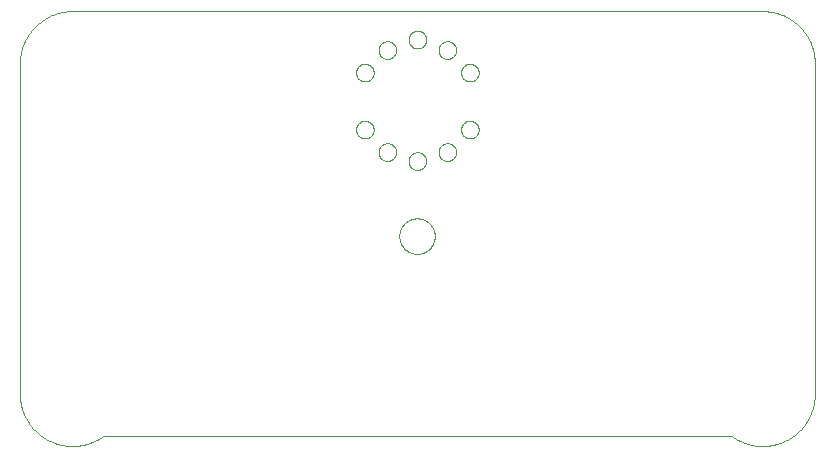
<source format=gko>
G75*
%MOIN*%
%OFA0B0*%
%FSLAX25Y25*%
%IPPOS*%
%LPD*%
%AMOC8*
5,1,8,0,0,1.08239X$1,22.5*
%
%ADD10C,0.00000*%
D10*
X0022583Y0023500D02*
X0022583Y0133500D01*
X0022588Y0133923D01*
X0022603Y0134345D01*
X0022629Y0134768D01*
X0022665Y0135189D01*
X0022711Y0135609D01*
X0022767Y0136029D01*
X0022833Y0136446D01*
X0022909Y0136862D01*
X0022995Y0137276D01*
X0023092Y0137688D01*
X0023198Y0138097D01*
X0023314Y0138504D01*
X0023440Y0138908D01*
X0023575Y0139308D01*
X0023720Y0139706D01*
X0023875Y0140099D01*
X0024039Y0140489D01*
X0024213Y0140875D01*
X0024396Y0141256D01*
X0024588Y0141633D01*
X0024789Y0142005D01*
X0024999Y0142372D01*
X0025217Y0142734D01*
X0025445Y0143090D01*
X0025681Y0143441D01*
X0025925Y0143786D01*
X0026178Y0144125D01*
X0026439Y0144458D01*
X0026707Y0144785D01*
X0026984Y0145105D01*
X0027268Y0145418D01*
X0027560Y0145724D01*
X0027859Y0146023D01*
X0028165Y0146315D01*
X0028478Y0146599D01*
X0028798Y0146876D01*
X0029125Y0147144D01*
X0029458Y0147405D01*
X0029797Y0147658D01*
X0030142Y0147902D01*
X0030493Y0148138D01*
X0030849Y0148366D01*
X0031211Y0148584D01*
X0031578Y0148794D01*
X0031950Y0148995D01*
X0032327Y0149187D01*
X0032708Y0149370D01*
X0033094Y0149544D01*
X0033484Y0149708D01*
X0033877Y0149863D01*
X0034275Y0150008D01*
X0034675Y0150143D01*
X0035079Y0150269D01*
X0035486Y0150385D01*
X0035895Y0150491D01*
X0036307Y0150588D01*
X0036721Y0150674D01*
X0037137Y0150750D01*
X0037554Y0150816D01*
X0037974Y0150872D01*
X0038394Y0150918D01*
X0038815Y0150954D01*
X0039238Y0150980D01*
X0039660Y0150995D01*
X0040083Y0151000D01*
X0270083Y0151000D01*
X0270506Y0150995D01*
X0270928Y0150980D01*
X0271351Y0150954D01*
X0271772Y0150918D01*
X0272192Y0150872D01*
X0272612Y0150816D01*
X0273029Y0150750D01*
X0273445Y0150674D01*
X0273859Y0150588D01*
X0274271Y0150491D01*
X0274680Y0150385D01*
X0275087Y0150269D01*
X0275491Y0150143D01*
X0275891Y0150008D01*
X0276289Y0149863D01*
X0276682Y0149708D01*
X0277072Y0149544D01*
X0277458Y0149370D01*
X0277839Y0149187D01*
X0278216Y0148995D01*
X0278588Y0148794D01*
X0278955Y0148584D01*
X0279317Y0148366D01*
X0279673Y0148138D01*
X0280024Y0147902D01*
X0280369Y0147658D01*
X0280708Y0147405D01*
X0281041Y0147144D01*
X0281368Y0146876D01*
X0281688Y0146599D01*
X0282001Y0146315D01*
X0282307Y0146023D01*
X0282606Y0145724D01*
X0282898Y0145418D01*
X0283182Y0145105D01*
X0283459Y0144785D01*
X0283727Y0144458D01*
X0283988Y0144125D01*
X0284241Y0143786D01*
X0284485Y0143441D01*
X0284721Y0143090D01*
X0284949Y0142734D01*
X0285167Y0142372D01*
X0285377Y0142005D01*
X0285578Y0141633D01*
X0285770Y0141256D01*
X0285953Y0140875D01*
X0286127Y0140489D01*
X0286291Y0140099D01*
X0286446Y0139706D01*
X0286591Y0139308D01*
X0286726Y0138908D01*
X0286852Y0138504D01*
X0286968Y0138097D01*
X0287074Y0137688D01*
X0287171Y0137276D01*
X0287257Y0136862D01*
X0287333Y0136446D01*
X0287399Y0136029D01*
X0287455Y0135609D01*
X0287501Y0135189D01*
X0287537Y0134768D01*
X0287563Y0134345D01*
X0287578Y0133923D01*
X0287583Y0133500D01*
X0287583Y0023500D01*
X0287578Y0023074D01*
X0287562Y0022649D01*
X0287536Y0022224D01*
X0287500Y0021799D01*
X0287454Y0021376D01*
X0287397Y0020954D01*
X0287330Y0020534D01*
X0287252Y0020115D01*
X0287165Y0019698D01*
X0287067Y0019284D01*
X0286960Y0018872D01*
X0286842Y0018462D01*
X0286715Y0018056D01*
X0286577Y0017653D01*
X0286430Y0017253D01*
X0286273Y0016858D01*
X0286107Y0016466D01*
X0285931Y0016078D01*
X0285746Y0015694D01*
X0285551Y0015316D01*
X0285348Y0014942D01*
X0285135Y0014573D01*
X0284913Y0014209D01*
X0284683Y0013851D01*
X0284444Y0013499D01*
X0284196Y0013152D01*
X0283940Y0012812D01*
X0283676Y0012478D01*
X0283404Y0012151D01*
X0283124Y0011830D01*
X0282836Y0011516D01*
X0282541Y0011209D01*
X0282238Y0010910D01*
X0281928Y0010618D01*
X0281611Y0010334D01*
X0281287Y0010057D01*
X0280957Y0009788D01*
X0280620Y0009528D01*
X0280277Y0009276D01*
X0279928Y0009032D01*
X0279573Y0008797D01*
X0279212Y0008570D01*
X0278846Y0008352D01*
X0278475Y0008144D01*
X0278099Y0007944D01*
X0277718Y0007753D01*
X0277333Y0007572D01*
X0276943Y0007401D01*
X0276549Y0007239D01*
X0276152Y0007086D01*
X0275751Y0006943D01*
X0275346Y0006810D01*
X0274939Y0006687D01*
X0274528Y0006574D01*
X0274115Y0006471D01*
X0273699Y0006378D01*
X0273282Y0006295D01*
X0272862Y0006222D01*
X0272441Y0006160D01*
X0272018Y0006107D01*
X0271595Y0006065D01*
X0271170Y0006034D01*
X0270745Y0006013D01*
X0270319Y0006002D01*
X0269893Y0006001D01*
X0269468Y0006011D01*
X0269042Y0006031D01*
X0268617Y0006061D01*
X0268194Y0006102D01*
X0267771Y0006153D01*
X0267349Y0006215D01*
X0266930Y0006286D01*
X0266512Y0006368D01*
X0266096Y0006460D01*
X0265683Y0006562D01*
X0265272Y0006674D01*
X0264864Y0006796D01*
X0264459Y0006928D01*
X0264058Y0007070D01*
X0263660Y0007221D01*
X0263265Y0007383D01*
X0262875Y0007553D01*
X0262489Y0007733D01*
X0262108Y0007923D01*
X0261731Y0008121D01*
X0261360Y0008329D01*
X0260993Y0008546D01*
X0260632Y0008771D01*
X0260276Y0009006D01*
X0259927Y0009249D01*
X0259583Y0009500D01*
X0050583Y0009500D01*
X0050239Y0009249D01*
X0049890Y0009006D01*
X0049534Y0008771D01*
X0049173Y0008546D01*
X0048806Y0008329D01*
X0048435Y0008121D01*
X0048058Y0007923D01*
X0047677Y0007733D01*
X0047291Y0007553D01*
X0046901Y0007383D01*
X0046506Y0007221D01*
X0046108Y0007070D01*
X0045707Y0006928D01*
X0045302Y0006796D01*
X0044894Y0006674D01*
X0044483Y0006562D01*
X0044070Y0006460D01*
X0043654Y0006368D01*
X0043236Y0006286D01*
X0042817Y0006215D01*
X0042395Y0006153D01*
X0041972Y0006102D01*
X0041549Y0006061D01*
X0041124Y0006031D01*
X0040698Y0006011D01*
X0040273Y0006001D01*
X0039847Y0006002D01*
X0039421Y0006013D01*
X0038996Y0006034D01*
X0038571Y0006065D01*
X0038148Y0006107D01*
X0037725Y0006160D01*
X0037304Y0006222D01*
X0036884Y0006295D01*
X0036467Y0006378D01*
X0036051Y0006471D01*
X0035638Y0006574D01*
X0035227Y0006687D01*
X0034820Y0006810D01*
X0034415Y0006943D01*
X0034014Y0007086D01*
X0033617Y0007239D01*
X0033223Y0007401D01*
X0032833Y0007572D01*
X0032448Y0007753D01*
X0032067Y0007944D01*
X0031691Y0008144D01*
X0031320Y0008352D01*
X0030954Y0008570D01*
X0030593Y0008797D01*
X0030238Y0009032D01*
X0029889Y0009276D01*
X0029546Y0009528D01*
X0029209Y0009788D01*
X0028879Y0010057D01*
X0028555Y0010334D01*
X0028238Y0010618D01*
X0027928Y0010910D01*
X0027625Y0011209D01*
X0027330Y0011516D01*
X0027042Y0011830D01*
X0026762Y0012151D01*
X0026490Y0012478D01*
X0026226Y0012812D01*
X0025970Y0013152D01*
X0025722Y0013499D01*
X0025483Y0013851D01*
X0025253Y0014209D01*
X0025031Y0014573D01*
X0024818Y0014942D01*
X0024615Y0015316D01*
X0024420Y0015694D01*
X0024235Y0016078D01*
X0024059Y0016466D01*
X0023893Y0016858D01*
X0023736Y0017253D01*
X0023589Y0017653D01*
X0023451Y0018056D01*
X0023324Y0018462D01*
X0023206Y0018872D01*
X0023099Y0019284D01*
X0023001Y0019698D01*
X0022914Y0020115D01*
X0022836Y0020534D01*
X0022769Y0020954D01*
X0022712Y0021376D01*
X0022666Y0021799D01*
X0022630Y0022224D01*
X0022604Y0022649D01*
X0022588Y0023074D01*
X0022583Y0023500D01*
X0149063Y0076000D02*
X0149065Y0076153D01*
X0149071Y0076307D01*
X0149081Y0076460D01*
X0149095Y0076612D01*
X0149113Y0076765D01*
X0149135Y0076916D01*
X0149160Y0077067D01*
X0149190Y0077218D01*
X0149224Y0077368D01*
X0149261Y0077516D01*
X0149302Y0077664D01*
X0149347Y0077810D01*
X0149396Y0077956D01*
X0149449Y0078100D01*
X0149505Y0078242D01*
X0149565Y0078383D01*
X0149629Y0078523D01*
X0149696Y0078661D01*
X0149767Y0078797D01*
X0149842Y0078931D01*
X0149919Y0079063D01*
X0150001Y0079193D01*
X0150085Y0079321D01*
X0150173Y0079447D01*
X0150264Y0079570D01*
X0150358Y0079691D01*
X0150456Y0079809D01*
X0150556Y0079925D01*
X0150660Y0080038D01*
X0150766Y0080149D01*
X0150875Y0080257D01*
X0150987Y0080362D01*
X0151101Y0080463D01*
X0151219Y0080562D01*
X0151338Y0080658D01*
X0151460Y0080751D01*
X0151585Y0080840D01*
X0151712Y0080927D01*
X0151841Y0081009D01*
X0151972Y0081089D01*
X0152105Y0081165D01*
X0152240Y0081238D01*
X0152377Y0081307D01*
X0152516Y0081372D01*
X0152656Y0081434D01*
X0152798Y0081492D01*
X0152941Y0081547D01*
X0153086Y0081598D01*
X0153232Y0081645D01*
X0153379Y0081688D01*
X0153527Y0081727D01*
X0153676Y0081763D01*
X0153826Y0081794D01*
X0153977Y0081822D01*
X0154128Y0081846D01*
X0154281Y0081866D01*
X0154433Y0081882D01*
X0154586Y0081894D01*
X0154739Y0081902D01*
X0154892Y0081906D01*
X0155046Y0081906D01*
X0155199Y0081902D01*
X0155352Y0081894D01*
X0155505Y0081882D01*
X0155657Y0081866D01*
X0155810Y0081846D01*
X0155961Y0081822D01*
X0156112Y0081794D01*
X0156262Y0081763D01*
X0156411Y0081727D01*
X0156559Y0081688D01*
X0156706Y0081645D01*
X0156852Y0081598D01*
X0156997Y0081547D01*
X0157140Y0081492D01*
X0157282Y0081434D01*
X0157422Y0081372D01*
X0157561Y0081307D01*
X0157698Y0081238D01*
X0157833Y0081165D01*
X0157966Y0081089D01*
X0158097Y0081009D01*
X0158226Y0080927D01*
X0158353Y0080840D01*
X0158478Y0080751D01*
X0158600Y0080658D01*
X0158719Y0080562D01*
X0158837Y0080463D01*
X0158951Y0080362D01*
X0159063Y0080257D01*
X0159172Y0080149D01*
X0159278Y0080038D01*
X0159382Y0079925D01*
X0159482Y0079809D01*
X0159580Y0079691D01*
X0159674Y0079570D01*
X0159765Y0079447D01*
X0159853Y0079321D01*
X0159937Y0079193D01*
X0160019Y0079063D01*
X0160096Y0078931D01*
X0160171Y0078797D01*
X0160242Y0078661D01*
X0160309Y0078523D01*
X0160373Y0078383D01*
X0160433Y0078242D01*
X0160489Y0078100D01*
X0160542Y0077956D01*
X0160591Y0077810D01*
X0160636Y0077664D01*
X0160677Y0077516D01*
X0160714Y0077368D01*
X0160748Y0077218D01*
X0160778Y0077067D01*
X0160803Y0076916D01*
X0160825Y0076765D01*
X0160843Y0076612D01*
X0160857Y0076460D01*
X0160867Y0076307D01*
X0160873Y0076153D01*
X0160875Y0076000D01*
X0160873Y0075847D01*
X0160867Y0075693D01*
X0160857Y0075540D01*
X0160843Y0075388D01*
X0160825Y0075235D01*
X0160803Y0075084D01*
X0160778Y0074933D01*
X0160748Y0074782D01*
X0160714Y0074632D01*
X0160677Y0074484D01*
X0160636Y0074336D01*
X0160591Y0074190D01*
X0160542Y0074044D01*
X0160489Y0073900D01*
X0160433Y0073758D01*
X0160373Y0073617D01*
X0160309Y0073477D01*
X0160242Y0073339D01*
X0160171Y0073203D01*
X0160096Y0073069D01*
X0160019Y0072937D01*
X0159937Y0072807D01*
X0159853Y0072679D01*
X0159765Y0072553D01*
X0159674Y0072430D01*
X0159580Y0072309D01*
X0159482Y0072191D01*
X0159382Y0072075D01*
X0159278Y0071962D01*
X0159172Y0071851D01*
X0159063Y0071743D01*
X0158951Y0071638D01*
X0158837Y0071537D01*
X0158719Y0071438D01*
X0158600Y0071342D01*
X0158478Y0071249D01*
X0158353Y0071160D01*
X0158226Y0071073D01*
X0158097Y0070991D01*
X0157966Y0070911D01*
X0157833Y0070835D01*
X0157698Y0070762D01*
X0157561Y0070693D01*
X0157422Y0070628D01*
X0157282Y0070566D01*
X0157140Y0070508D01*
X0156997Y0070453D01*
X0156852Y0070402D01*
X0156706Y0070355D01*
X0156559Y0070312D01*
X0156411Y0070273D01*
X0156262Y0070237D01*
X0156112Y0070206D01*
X0155961Y0070178D01*
X0155810Y0070154D01*
X0155657Y0070134D01*
X0155505Y0070118D01*
X0155352Y0070106D01*
X0155199Y0070098D01*
X0155046Y0070094D01*
X0154892Y0070094D01*
X0154739Y0070098D01*
X0154586Y0070106D01*
X0154433Y0070118D01*
X0154281Y0070134D01*
X0154128Y0070154D01*
X0153977Y0070178D01*
X0153826Y0070206D01*
X0153676Y0070237D01*
X0153527Y0070273D01*
X0153379Y0070312D01*
X0153232Y0070355D01*
X0153086Y0070402D01*
X0152941Y0070453D01*
X0152798Y0070508D01*
X0152656Y0070566D01*
X0152516Y0070628D01*
X0152377Y0070693D01*
X0152240Y0070762D01*
X0152105Y0070835D01*
X0151972Y0070911D01*
X0151841Y0070991D01*
X0151712Y0071073D01*
X0151585Y0071160D01*
X0151460Y0071249D01*
X0151338Y0071342D01*
X0151219Y0071438D01*
X0151101Y0071537D01*
X0150987Y0071638D01*
X0150875Y0071743D01*
X0150766Y0071851D01*
X0150660Y0071962D01*
X0150556Y0072075D01*
X0150456Y0072191D01*
X0150358Y0072309D01*
X0150264Y0072430D01*
X0150173Y0072553D01*
X0150085Y0072679D01*
X0150001Y0072807D01*
X0149919Y0072937D01*
X0149842Y0073069D01*
X0149767Y0073203D01*
X0149696Y0073339D01*
X0149629Y0073477D01*
X0149565Y0073617D01*
X0149505Y0073758D01*
X0149449Y0073900D01*
X0149396Y0074044D01*
X0149347Y0074190D01*
X0149302Y0074336D01*
X0149261Y0074484D01*
X0149224Y0074632D01*
X0149190Y0074782D01*
X0149160Y0074933D01*
X0149135Y0075084D01*
X0149113Y0075235D01*
X0149095Y0075388D01*
X0149081Y0075540D01*
X0149071Y0075693D01*
X0149065Y0075847D01*
X0149063Y0076000D01*
X0152130Y0101000D02*
X0152132Y0101108D01*
X0152138Y0101217D01*
X0152148Y0101325D01*
X0152162Y0101432D01*
X0152180Y0101539D01*
X0152201Y0101646D01*
X0152227Y0101751D01*
X0152257Y0101856D01*
X0152290Y0101959D01*
X0152327Y0102061D01*
X0152368Y0102161D01*
X0152412Y0102260D01*
X0152461Y0102358D01*
X0152512Y0102453D01*
X0152567Y0102546D01*
X0152626Y0102638D01*
X0152688Y0102727D01*
X0152753Y0102814D01*
X0152821Y0102898D01*
X0152892Y0102980D01*
X0152966Y0103059D01*
X0153043Y0103135D01*
X0153123Y0103209D01*
X0153206Y0103279D01*
X0153291Y0103347D01*
X0153378Y0103411D01*
X0153468Y0103472D01*
X0153560Y0103530D01*
X0153654Y0103584D01*
X0153750Y0103635D01*
X0153847Y0103682D01*
X0153947Y0103726D01*
X0154048Y0103766D01*
X0154150Y0103802D01*
X0154253Y0103834D01*
X0154358Y0103863D01*
X0154464Y0103887D01*
X0154570Y0103908D01*
X0154677Y0103925D01*
X0154785Y0103938D01*
X0154893Y0103947D01*
X0155002Y0103952D01*
X0155110Y0103953D01*
X0155219Y0103950D01*
X0155327Y0103943D01*
X0155435Y0103932D01*
X0155542Y0103917D01*
X0155649Y0103898D01*
X0155755Y0103875D01*
X0155860Y0103849D01*
X0155965Y0103818D01*
X0156067Y0103784D01*
X0156169Y0103746D01*
X0156269Y0103704D01*
X0156368Y0103659D01*
X0156465Y0103610D01*
X0156559Y0103557D01*
X0156652Y0103501D01*
X0156743Y0103442D01*
X0156832Y0103379D01*
X0156918Y0103314D01*
X0157002Y0103245D01*
X0157083Y0103173D01*
X0157161Y0103098D01*
X0157237Y0103020D01*
X0157310Y0102939D01*
X0157380Y0102856D01*
X0157446Y0102771D01*
X0157510Y0102683D01*
X0157570Y0102592D01*
X0157627Y0102500D01*
X0157680Y0102405D01*
X0157730Y0102309D01*
X0157776Y0102211D01*
X0157819Y0102111D01*
X0157858Y0102010D01*
X0157893Y0101907D01*
X0157925Y0101804D01*
X0157952Y0101699D01*
X0157976Y0101593D01*
X0157996Y0101486D01*
X0158012Y0101379D01*
X0158024Y0101271D01*
X0158032Y0101163D01*
X0158036Y0101054D01*
X0158036Y0100946D01*
X0158032Y0100837D01*
X0158024Y0100729D01*
X0158012Y0100621D01*
X0157996Y0100514D01*
X0157976Y0100407D01*
X0157952Y0100301D01*
X0157925Y0100196D01*
X0157893Y0100093D01*
X0157858Y0099990D01*
X0157819Y0099889D01*
X0157776Y0099789D01*
X0157730Y0099691D01*
X0157680Y0099595D01*
X0157627Y0099500D01*
X0157570Y0099408D01*
X0157510Y0099317D01*
X0157446Y0099229D01*
X0157380Y0099144D01*
X0157310Y0099061D01*
X0157237Y0098980D01*
X0157161Y0098902D01*
X0157083Y0098827D01*
X0157002Y0098755D01*
X0156918Y0098686D01*
X0156832Y0098621D01*
X0156743Y0098558D01*
X0156652Y0098499D01*
X0156560Y0098443D01*
X0156465Y0098390D01*
X0156368Y0098341D01*
X0156269Y0098296D01*
X0156169Y0098254D01*
X0156067Y0098216D01*
X0155965Y0098182D01*
X0155860Y0098151D01*
X0155755Y0098125D01*
X0155649Y0098102D01*
X0155542Y0098083D01*
X0155435Y0098068D01*
X0155327Y0098057D01*
X0155219Y0098050D01*
X0155110Y0098047D01*
X0155002Y0098048D01*
X0154893Y0098053D01*
X0154785Y0098062D01*
X0154677Y0098075D01*
X0154570Y0098092D01*
X0154464Y0098113D01*
X0154358Y0098137D01*
X0154253Y0098166D01*
X0154150Y0098198D01*
X0154048Y0098234D01*
X0153947Y0098274D01*
X0153847Y0098318D01*
X0153750Y0098365D01*
X0153654Y0098416D01*
X0153560Y0098470D01*
X0153468Y0098528D01*
X0153378Y0098589D01*
X0153291Y0098653D01*
X0153206Y0098721D01*
X0153123Y0098791D01*
X0153043Y0098865D01*
X0152966Y0098941D01*
X0152892Y0099020D01*
X0152821Y0099102D01*
X0152753Y0099186D01*
X0152688Y0099273D01*
X0152626Y0099362D01*
X0152567Y0099454D01*
X0152512Y0099547D01*
X0152461Y0099642D01*
X0152412Y0099740D01*
X0152368Y0099839D01*
X0152327Y0099939D01*
X0152290Y0100041D01*
X0152257Y0100144D01*
X0152227Y0100249D01*
X0152201Y0100354D01*
X0152180Y0100461D01*
X0152162Y0100568D01*
X0152148Y0100675D01*
X0152138Y0100783D01*
X0152132Y0100892D01*
X0152130Y0101000D01*
X0142130Y0104000D02*
X0142132Y0104108D01*
X0142138Y0104217D01*
X0142148Y0104325D01*
X0142162Y0104432D01*
X0142180Y0104539D01*
X0142201Y0104646D01*
X0142227Y0104751D01*
X0142257Y0104856D01*
X0142290Y0104959D01*
X0142327Y0105061D01*
X0142368Y0105161D01*
X0142412Y0105260D01*
X0142461Y0105358D01*
X0142512Y0105453D01*
X0142567Y0105546D01*
X0142626Y0105638D01*
X0142688Y0105727D01*
X0142753Y0105814D01*
X0142821Y0105898D01*
X0142892Y0105980D01*
X0142966Y0106059D01*
X0143043Y0106135D01*
X0143123Y0106209D01*
X0143206Y0106279D01*
X0143291Y0106347D01*
X0143378Y0106411D01*
X0143468Y0106472D01*
X0143560Y0106530D01*
X0143654Y0106584D01*
X0143750Y0106635D01*
X0143847Y0106682D01*
X0143947Y0106726D01*
X0144048Y0106766D01*
X0144150Y0106802D01*
X0144253Y0106834D01*
X0144358Y0106863D01*
X0144464Y0106887D01*
X0144570Y0106908D01*
X0144677Y0106925D01*
X0144785Y0106938D01*
X0144893Y0106947D01*
X0145002Y0106952D01*
X0145110Y0106953D01*
X0145219Y0106950D01*
X0145327Y0106943D01*
X0145435Y0106932D01*
X0145542Y0106917D01*
X0145649Y0106898D01*
X0145755Y0106875D01*
X0145860Y0106849D01*
X0145965Y0106818D01*
X0146067Y0106784D01*
X0146169Y0106746D01*
X0146269Y0106704D01*
X0146368Y0106659D01*
X0146465Y0106610D01*
X0146559Y0106557D01*
X0146652Y0106501D01*
X0146743Y0106442D01*
X0146832Y0106379D01*
X0146918Y0106314D01*
X0147002Y0106245D01*
X0147083Y0106173D01*
X0147161Y0106098D01*
X0147237Y0106020D01*
X0147310Y0105939D01*
X0147380Y0105856D01*
X0147446Y0105771D01*
X0147510Y0105683D01*
X0147570Y0105592D01*
X0147627Y0105500D01*
X0147680Y0105405D01*
X0147730Y0105309D01*
X0147776Y0105211D01*
X0147819Y0105111D01*
X0147858Y0105010D01*
X0147893Y0104907D01*
X0147925Y0104804D01*
X0147952Y0104699D01*
X0147976Y0104593D01*
X0147996Y0104486D01*
X0148012Y0104379D01*
X0148024Y0104271D01*
X0148032Y0104163D01*
X0148036Y0104054D01*
X0148036Y0103946D01*
X0148032Y0103837D01*
X0148024Y0103729D01*
X0148012Y0103621D01*
X0147996Y0103514D01*
X0147976Y0103407D01*
X0147952Y0103301D01*
X0147925Y0103196D01*
X0147893Y0103093D01*
X0147858Y0102990D01*
X0147819Y0102889D01*
X0147776Y0102789D01*
X0147730Y0102691D01*
X0147680Y0102595D01*
X0147627Y0102500D01*
X0147570Y0102408D01*
X0147510Y0102317D01*
X0147446Y0102229D01*
X0147380Y0102144D01*
X0147310Y0102061D01*
X0147237Y0101980D01*
X0147161Y0101902D01*
X0147083Y0101827D01*
X0147002Y0101755D01*
X0146918Y0101686D01*
X0146832Y0101621D01*
X0146743Y0101558D01*
X0146652Y0101499D01*
X0146560Y0101443D01*
X0146465Y0101390D01*
X0146368Y0101341D01*
X0146269Y0101296D01*
X0146169Y0101254D01*
X0146067Y0101216D01*
X0145965Y0101182D01*
X0145860Y0101151D01*
X0145755Y0101125D01*
X0145649Y0101102D01*
X0145542Y0101083D01*
X0145435Y0101068D01*
X0145327Y0101057D01*
X0145219Y0101050D01*
X0145110Y0101047D01*
X0145002Y0101048D01*
X0144893Y0101053D01*
X0144785Y0101062D01*
X0144677Y0101075D01*
X0144570Y0101092D01*
X0144464Y0101113D01*
X0144358Y0101137D01*
X0144253Y0101166D01*
X0144150Y0101198D01*
X0144048Y0101234D01*
X0143947Y0101274D01*
X0143847Y0101318D01*
X0143750Y0101365D01*
X0143654Y0101416D01*
X0143560Y0101470D01*
X0143468Y0101528D01*
X0143378Y0101589D01*
X0143291Y0101653D01*
X0143206Y0101721D01*
X0143123Y0101791D01*
X0143043Y0101865D01*
X0142966Y0101941D01*
X0142892Y0102020D01*
X0142821Y0102102D01*
X0142753Y0102186D01*
X0142688Y0102273D01*
X0142626Y0102362D01*
X0142567Y0102454D01*
X0142512Y0102547D01*
X0142461Y0102642D01*
X0142412Y0102740D01*
X0142368Y0102839D01*
X0142327Y0102939D01*
X0142290Y0103041D01*
X0142257Y0103144D01*
X0142227Y0103249D01*
X0142201Y0103354D01*
X0142180Y0103461D01*
X0142162Y0103568D01*
X0142148Y0103675D01*
X0142138Y0103783D01*
X0142132Y0103892D01*
X0142130Y0104000D01*
X0134630Y0111500D02*
X0134632Y0111608D01*
X0134638Y0111717D01*
X0134648Y0111825D01*
X0134662Y0111932D01*
X0134680Y0112039D01*
X0134701Y0112146D01*
X0134727Y0112251D01*
X0134757Y0112356D01*
X0134790Y0112459D01*
X0134827Y0112561D01*
X0134868Y0112661D01*
X0134912Y0112760D01*
X0134961Y0112858D01*
X0135012Y0112953D01*
X0135067Y0113046D01*
X0135126Y0113138D01*
X0135188Y0113227D01*
X0135253Y0113314D01*
X0135321Y0113398D01*
X0135392Y0113480D01*
X0135466Y0113559D01*
X0135543Y0113635D01*
X0135623Y0113709D01*
X0135706Y0113779D01*
X0135791Y0113847D01*
X0135878Y0113911D01*
X0135968Y0113972D01*
X0136060Y0114030D01*
X0136154Y0114084D01*
X0136250Y0114135D01*
X0136347Y0114182D01*
X0136447Y0114226D01*
X0136548Y0114266D01*
X0136650Y0114302D01*
X0136753Y0114334D01*
X0136858Y0114363D01*
X0136964Y0114387D01*
X0137070Y0114408D01*
X0137177Y0114425D01*
X0137285Y0114438D01*
X0137393Y0114447D01*
X0137502Y0114452D01*
X0137610Y0114453D01*
X0137719Y0114450D01*
X0137827Y0114443D01*
X0137935Y0114432D01*
X0138042Y0114417D01*
X0138149Y0114398D01*
X0138255Y0114375D01*
X0138360Y0114349D01*
X0138465Y0114318D01*
X0138567Y0114284D01*
X0138669Y0114246D01*
X0138769Y0114204D01*
X0138868Y0114159D01*
X0138965Y0114110D01*
X0139059Y0114057D01*
X0139152Y0114001D01*
X0139243Y0113942D01*
X0139332Y0113879D01*
X0139418Y0113814D01*
X0139502Y0113745D01*
X0139583Y0113673D01*
X0139661Y0113598D01*
X0139737Y0113520D01*
X0139810Y0113439D01*
X0139880Y0113356D01*
X0139946Y0113271D01*
X0140010Y0113183D01*
X0140070Y0113092D01*
X0140127Y0113000D01*
X0140180Y0112905D01*
X0140230Y0112809D01*
X0140276Y0112711D01*
X0140319Y0112611D01*
X0140358Y0112510D01*
X0140393Y0112407D01*
X0140425Y0112304D01*
X0140452Y0112199D01*
X0140476Y0112093D01*
X0140496Y0111986D01*
X0140512Y0111879D01*
X0140524Y0111771D01*
X0140532Y0111663D01*
X0140536Y0111554D01*
X0140536Y0111446D01*
X0140532Y0111337D01*
X0140524Y0111229D01*
X0140512Y0111121D01*
X0140496Y0111014D01*
X0140476Y0110907D01*
X0140452Y0110801D01*
X0140425Y0110696D01*
X0140393Y0110593D01*
X0140358Y0110490D01*
X0140319Y0110389D01*
X0140276Y0110289D01*
X0140230Y0110191D01*
X0140180Y0110095D01*
X0140127Y0110000D01*
X0140070Y0109908D01*
X0140010Y0109817D01*
X0139946Y0109729D01*
X0139880Y0109644D01*
X0139810Y0109561D01*
X0139737Y0109480D01*
X0139661Y0109402D01*
X0139583Y0109327D01*
X0139502Y0109255D01*
X0139418Y0109186D01*
X0139332Y0109121D01*
X0139243Y0109058D01*
X0139152Y0108999D01*
X0139060Y0108943D01*
X0138965Y0108890D01*
X0138868Y0108841D01*
X0138769Y0108796D01*
X0138669Y0108754D01*
X0138567Y0108716D01*
X0138465Y0108682D01*
X0138360Y0108651D01*
X0138255Y0108625D01*
X0138149Y0108602D01*
X0138042Y0108583D01*
X0137935Y0108568D01*
X0137827Y0108557D01*
X0137719Y0108550D01*
X0137610Y0108547D01*
X0137502Y0108548D01*
X0137393Y0108553D01*
X0137285Y0108562D01*
X0137177Y0108575D01*
X0137070Y0108592D01*
X0136964Y0108613D01*
X0136858Y0108637D01*
X0136753Y0108666D01*
X0136650Y0108698D01*
X0136548Y0108734D01*
X0136447Y0108774D01*
X0136347Y0108818D01*
X0136250Y0108865D01*
X0136154Y0108916D01*
X0136060Y0108970D01*
X0135968Y0109028D01*
X0135878Y0109089D01*
X0135791Y0109153D01*
X0135706Y0109221D01*
X0135623Y0109291D01*
X0135543Y0109365D01*
X0135466Y0109441D01*
X0135392Y0109520D01*
X0135321Y0109602D01*
X0135253Y0109686D01*
X0135188Y0109773D01*
X0135126Y0109862D01*
X0135067Y0109954D01*
X0135012Y0110047D01*
X0134961Y0110142D01*
X0134912Y0110240D01*
X0134868Y0110339D01*
X0134827Y0110439D01*
X0134790Y0110541D01*
X0134757Y0110644D01*
X0134727Y0110749D01*
X0134701Y0110854D01*
X0134680Y0110961D01*
X0134662Y0111068D01*
X0134648Y0111175D01*
X0134638Y0111283D01*
X0134632Y0111392D01*
X0134630Y0111500D01*
X0134630Y0130500D02*
X0134632Y0130608D01*
X0134638Y0130717D01*
X0134648Y0130825D01*
X0134662Y0130932D01*
X0134680Y0131039D01*
X0134701Y0131146D01*
X0134727Y0131251D01*
X0134757Y0131356D01*
X0134790Y0131459D01*
X0134827Y0131561D01*
X0134868Y0131661D01*
X0134912Y0131760D01*
X0134961Y0131858D01*
X0135012Y0131953D01*
X0135067Y0132046D01*
X0135126Y0132138D01*
X0135188Y0132227D01*
X0135253Y0132314D01*
X0135321Y0132398D01*
X0135392Y0132480D01*
X0135466Y0132559D01*
X0135543Y0132635D01*
X0135623Y0132709D01*
X0135706Y0132779D01*
X0135791Y0132847D01*
X0135878Y0132911D01*
X0135968Y0132972D01*
X0136060Y0133030D01*
X0136154Y0133084D01*
X0136250Y0133135D01*
X0136347Y0133182D01*
X0136447Y0133226D01*
X0136548Y0133266D01*
X0136650Y0133302D01*
X0136753Y0133334D01*
X0136858Y0133363D01*
X0136964Y0133387D01*
X0137070Y0133408D01*
X0137177Y0133425D01*
X0137285Y0133438D01*
X0137393Y0133447D01*
X0137502Y0133452D01*
X0137610Y0133453D01*
X0137719Y0133450D01*
X0137827Y0133443D01*
X0137935Y0133432D01*
X0138042Y0133417D01*
X0138149Y0133398D01*
X0138255Y0133375D01*
X0138360Y0133349D01*
X0138465Y0133318D01*
X0138567Y0133284D01*
X0138669Y0133246D01*
X0138769Y0133204D01*
X0138868Y0133159D01*
X0138965Y0133110D01*
X0139059Y0133057D01*
X0139152Y0133001D01*
X0139243Y0132942D01*
X0139332Y0132879D01*
X0139418Y0132814D01*
X0139502Y0132745D01*
X0139583Y0132673D01*
X0139661Y0132598D01*
X0139737Y0132520D01*
X0139810Y0132439D01*
X0139880Y0132356D01*
X0139946Y0132271D01*
X0140010Y0132183D01*
X0140070Y0132092D01*
X0140127Y0132000D01*
X0140180Y0131905D01*
X0140230Y0131809D01*
X0140276Y0131711D01*
X0140319Y0131611D01*
X0140358Y0131510D01*
X0140393Y0131407D01*
X0140425Y0131304D01*
X0140452Y0131199D01*
X0140476Y0131093D01*
X0140496Y0130986D01*
X0140512Y0130879D01*
X0140524Y0130771D01*
X0140532Y0130663D01*
X0140536Y0130554D01*
X0140536Y0130446D01*
X0140532Y0130337D01*
X0140524Y0130229D01*
X0140512Y0130121D01*
X0140496Y0130014D01*
X0140476Y0129907D01*
X0140452Y0129801D01*
X0140425Y0129696D01*
X0140393Y0129593D01*
X0140358Y0129490D01*
X0140319Y0129389D01*
X0140276Y0129289D01*
X0140230Y0129191D01*
X0140180Y0129095D01*
X0140127Y0129000D01*
X0140070Y0128908D01*
X0140010Y0128817D01*
X0139946Y0128729D01*
X0139880Y0128644D01*
X0139810Y0128561D01*
X0139737Y0128480D01*
X0139661Y0128402D01*
X0139583Y0128327D01*
X0139502Y0128255D01*
X0139418Y0128186D01*
X0139332Y0128121D01*
X0139243Y0128058D01*
X0139152Y0127999D01*
X0139060Y0127943D01*
X0138965Y0127890D01*
X0138868Y0127841D01*
X0138769Y0127796D01*
X0138669Y0127754D01*
X0138567Y0127716D01*
X0138465Y0127682D01*
X0138360Y0127651D01*
X0138255Y0127625D01*
X0138149Y0127602D01*
X0138042Y0127583D01*
X0137935Y0127568D01*
X0137827Y0127557D01*
X0137719Y0127550D01*
X0137610Y0127547D01*
X0137502Y0127548D01*
X0137393Y0127553D01*
X0137285Y0127562D01*
X0137177Y0127575D01*
X0137070Y0127592D01*
X0136964Y0127613D01*
X0136858Y0127637D01*
X0136753Y0127666D01*
X0136650Y0127698D01*
X0136548Y0127734D01*
X0136447Y0127774D01*
X0136347Y0127818D01*
X0136250Y0127865D01*
X0136154Y0127916D01*
X0136060Y0127970D01*
X0135968Y0128028D01*
X0135878Y0128089D01*
X0135791Y0128153D01*
X0135706Y0128221D01*
X0135623Y0128291D01*
X0135543Y0128365D01*
X0135466Y0128441D01*
X0135392Y0128520D01*
X0135321Y0128602D01*
X0135253Y0128686D01*
X0135188Y0128773D01*
X0135126Y0128862D01*
X0135067Y0128954D01*
X0135012Y0129047D01*
X0134961Y0129142D01*
X0134912Y0129240D01*
X0134868Y0129339D01*
X0134827Y0129439D01*
X0134790Y0129541D01*
X0134757Y0129644D01*
X0134727Y0129749D01*
X0134701Y0129854D01*
X0134680Y0129961D01*
X0134662Y0130068D01*
X0134648Y0130175D01*
X0134638Y0130283D01*
X0134632Y0130392D01*
X0134630Y0130500D01*
X0142130Y0138000D02*
X0142132Y0138108D01*
X0142138Y0138217D01*
X0142148Y0138325D01*
X0142162Y0138432D01*
X0142180Y0138539D01*
X0142201Y0138646D01*
X0142227Y0138751D01*
X0142257Y0138856D01*
X0142290Y0138959D01*
X0142327Y0139061D01*
X0142368Y0139161D01*
X0142412Y0139260D01*
X0142461Y0139358D01*
X0142512Y0139453D01*
X0142567Y0139546D01*
X0142626Y0139638D01*
X0142688Y0139727D01*
X0142753Y0139814D01*
X0142821Y0139898D01*
X0142892Y0139980D01*
X0142966Y0140059D01*
X0143043Y0140135D01*
X0143123Y0140209D01*
X0143206Y0140279D01*
X0143291Y0140347D01*
X0143378Y0140411D01*
X0143468Y0140472D01*
X0143560Y0140530D01*
X0143654Y0140584D01*
X0143750Y0140635D01*
X0143847Y0140682D01*
X0143947Y0140726D01*
X0144048Y0140766D01*
X0144150Y0140802D01*
X0144253Y0140834D01*
X0144358Y0140863D01*
X0144464Y0140887D01*
X0144570Y0140908D01*
X0144677Y0140925D01*
X0144785Y0140938D01*
X0144893Y0140947D01*
X0145002Y0140952D01*
X0145110Y0140953D01*
X0145219Y0140950D01*
X0145327Y0140943D01*
X0145435Y0140932D01*
X0145542Y0140917D01*
X0145649Y0140898D01*
X0145755Y0140875D01*
X0145860Y0140849D01*
X0145965Y0140818D01*
X0146067Y0140784D01*
X0146169Y0140746D01*
X0146269Y0140704D01*
X0146368Y0140659D01*
X0146465Y0140610D01*
X0146559Y0140557D01*
X0146652Y0140501D01*
X0146743Y0140442D01*
X0146832Y0140379D01*
X0146918Y0140314D01*
X0147002Y0140245D01*
X0147083Y0140173D01*
X0147161Y0140098D01*
X0147237Y0140020D01*
X0147310Y0139939D01*
X0147380Y0139856D01*
X0147446Y0139771D01*
X0147510Y0139683D01*
X0147570Y0139592D01*
X0147627Y0139500D01*
X0147680Y0139405D01*
X0147730Y0139309D01*
X0147776Y0139211D01*
X0147819Y0139111D01*
X0147858Y0139010D01*
X0147893Y0138907D01*
X0147925Y0138804D01*
X0147952Y0138699D01*
X0147976Y0138593D01*
X0147996Y0138486D01*
X0148012Y0138379D01*
X0148024Y0138271D01*
X0148032Y0138163D01*
X0148036Y0138054D01*
X0148036Y0137946D01*
X0148032Y0137837D01*
X0148024Y0137729D01*
X0148012Y0137621D01*
X0147996Y0137514D01*
X0147976Y0137407D01*
X0147952Y0137301D01*
X0147925Y0137196D01*
X0147893Y0137093D01*
X0147858Y0136990D01*
X0147819Y0136889D01*
X0147776Y0136789D01*
X0147730Y0136691D01*
X0147680Y0136595D01*
X0147627Y0136500D01*
X0147570Y0136408D01*
X0147510Y0136317D01*
X0147446Y0136229D01*
X0147380Y0136144D01*
X0147310Y0136061D01*
X0147237Y0135980D01*
X0147161Y0135902D01*
X0147083Y0135827D01*
X0147002Y0135755D01*
X0146918Y0135686D01*
X0146832Y0135621D01*
X0146743Y0135558D01*
X0146652Y0135499D01*
X0146560Y0135443D01*
X0146465Y0135390D01*
X0146368Y0135341D01*
X0146269Y0135296D01*
X0146169Y0135254D01*
X0146067Y0135216D01*
X0145965Y0135182D01*
X0145860Y0135151D01*
X0145755Y0135125D01*
X0145649Y0135102D01*
X0145542Y0135083D01*
X0145435Y0135068D01*
X0145327Y0135057D01*
X0145219Y0135050D01*
X0145110Y0135047D01*
X0145002Y0135048D01*
X0144893Y0135053D01*
X0144785Y0135062D01*
X0144677Y0135075D01*
X0144570Y0135092D01*
X0144464Y0135113D01*
X0144358Y0135137D01*
X0144253Y0135166D01*
X0144150Y0135198D01*
X0144048Y0135234D01*
X0143947Y0135274D01*
X0143847Y0135318D01*
X0143750Y0135365D01*
X0143654Y0135416D01*
X0143560Y0135470D01*
X0143468Y0135528D01*
X0143378Y0135589D01*
X0143291Y0135653D01*
X0143206Y0135721D01*
X0143123Y0135791D01*
X0143043Y0135865D01*
X0142966Y0135941D01*
X0142892Y0136020D01*
X0142821Y0136102D01*
X0142753Y0136186D01*
X0142688Y0136273D01*
X0142626Y0136362D01*
X0142567Y0136454D01*
X0142512Y0136547D01*
X0142461Y0136642D01*
X0142412Y0136740D01*
X0142368Y0136839D01*
X0142327Y0136939D01*
X0142290Y0137041D01*
X0142257Y0137144D01*
X0142227Y0137249D01*
X0142201Y0137354D01*
X0142180Y0137461D01*
X0142162Y0137568D01*
X0142148Y0137675D01*
X0142138Y0137783D01*
X0142132Y0137892D01*
X0142130Y0138000D01*
X0152130Y0141500D02*
X0152132Y0141608D01*
X0152138Y0141717D01*
X0152148Y0141825D01*
X0152162Y0141932D01*
X0152180Y0142039D01*
X0152201Y0142146D01*
X0152227Y0142251D01*
X0152257Y0142356D01*
X0152290Y0142459D01*
X0152327Y0142561D01*
X0152368Y0142661D01*
X0152412Y0142760D01*
X0152461Y0142858D01*
X0152512Y0142953D01*
X0152567Y0143046D01*
X0152626Y0143138D01*
X0152688Y0143227D01*
X0152753Y0143314D01*
X0152821Y0143398D01*
X0152892Y0143480D01*
X0152966Y0143559D01*
X0153043Y0143635D01*
X0153123Y0143709D01*
X0153206Y0143779D01*
X0153291Y0143847D01*
X0153378Y0143911D01*
X0153468Y0143972D01*
X0153560Y0144030D01*
X0153654Y0144084D01*
X0153750Y0144135D01*
X0153847Y0144182D01*
X0153947Y0144226D01*
X0154048Y0144266D01*
X0154150Y0144302D01*
X0154253Y0144334D01*
X0154358Y0144363D01*
X0154464Y0144387D01*
X0154570Y0144408D01*
X0154677Y0144425D01*
X0154785Y0144438D01*
X0154893Y0144447D01*
X0155002Y0144452D01*
X0155110Y0144453D01*
X0155219Y0144450D01*
X0155327Y0144443D01*
X0155435Y0144432D01*
X0155542Y0144417D01*
X0155649Y0144398D01*
X0155755Y0144375D01*
X0155860Y0144349D01*
X0155965Y0144318D01*
X0156067Y0144284D01*
X0156169Y0144246D01*
X0156269Y0144204D01*
X0156368Y0144159D01*
X0156465Y0144110D01*
X0156559Y0144057D01*
X0156652Y0144001D01*
X0156743Y0143942D01*
X0156832Y0143879D01*
X0156918Y0143814D01*
X0157002Y0143745D01*
X0157083Y0143673D01*
X0157161Y0143598D01*
X0157237Y0143520D01*
X0157310Y0143439D01*
X0157380Y0143356D01*
X0157446Y0143271D01*
X0157510Y0143183D01*
X0157570Y0143092D01*
X0157627Y0143000D01*
X0157680Y0142905D01*
X0157730Y0142809D01*
X0157776Y0142711D01*
X0157819Y0142611D01*
X0157858Y0142510D01*
X0157893Y0142407D01*
X0157925Y0142304D01*
X0157952Y0142199D01*
X0157976Y0142093D01*
X0157996Y0141986D01*
X0158012Y0141879D01*
X0158024Y0141771D01*
X0158032Y0141663D01*
X0158036Y0141554D01*
X0158036Y0141446D01*
X0158032Y0141337D01*
X0158024Y0141229D01*
X0158012Y0141121D01*
X0157996Y0141014D01*
X0157976Y0140907D01*
X0157952Y0140801D01*
X0157925Y0140696D01*
X0157893Y0140593D01*
X0157858Y0140490D01*
X0157819Y0140389D01*
X0157776Y0140289D01*
X0157730Y0140191D01*
X0157680Y0140095D01*
X0157627Y0140000D01*
X0157570Y0139908D01*
X0157510Y0139817D01*
X0157446Y0139729D01*
X0157380Y0139644D01*
X0157310Y0139561D01*
X0157237Y0139480D01*
X0157161Y0139402D01*
X0157083Y0139327D01*
X0157002Y0139255D01*
X0156918Y0139186D01*
X0156832Y0139121D01*
X0156743Y0139058D01*
X0156652Y0138999D01*
X0156560Y0138943D01*
X0156465Y0138890D01*
X0156368Y0138841D01*
X0156269Y0138796D01*
X0156169Y0138754D01*
X0156067Y0138716D01*
X0155965Y0138682D01*
X0155860Y0138651D01*
X0155755Y0138625D01*
X0155649Y0138602D01*
X0155542Y0138583D01*
X0155435Y0138568D01*
X0155327Y0138557D01*
X0155219Y0138550D01*
X0155110Y0138547D01*
X0155002Y0138548D01*
X0154893Y0138553D01*
X0154785Y0138562D01*
X0154677Y0138575D01*
X0154570Y0138592D01*
X0154464Y0138613D01*
X0154358Y0138637D01*
X0154253Y0138666D01*
X0154150Y0138698D01*
X0154048Y0138734D01*
X0153947Y0138774D01*
X0153847Y0138818D01*
X0153750Y0138865D01*
X0153654Y0138916D01*
X0153560Y0138970D01*
X0153468Y0139028D01*
X0153378Y0139089D01*
X0153291Y0139153D01*
X0153206Y0139221D01*
X0153123Y0139291D01*
X0153043Y0139365D01*
X0152966Y0139441D01*
X0152892Y0139520D01*
X0152821Y0139602D01*
X0152753Y0139686D01*
X0152688Y0139773D01*
X0152626Y0139862D01*
X0152567Y0139954D01*
X0152512Y0140047D01*
X0152461Y0140142D01*
X0152412Y0140240D01*
X0152368Y0140339D01*
X0152327Y0140439D01*
X0152290Y0140541D01*
X0152257Y0140644D01*
X0152227Y0140749D01*
X0152201Y0140854D01*
X0152180Y0140961D01*
X0152162Y0141068D01*
X0152148Y0141175D01*
X0152138Y0141283D01*
X0152132Y0141392D01*
X0152130Y0141500D01*
X0162130Y0138000D02*
X0162132Y0138108D01*
X0162138Y0138217D01*
X0162148Y0138325D01*
X0162162Y0138432D01*
X0162180Y0138539D01*
X0162201Y0138646D01*
X0162227Y0138751D01*
X0162257Y0138856D01*
X0162290Y0138959D01*
X0162327Y0139061D01*
X0162368Y0139161D01*
X0162412Y0139260D01*
X0162461Y0139358D01*
X0162512Y0139453D01*
X0162567Y0139546D01*
X0162626Y0139638D01*
X0162688Y0139727D01*
X0162753Y0139814D01*
X0162821Y0139898D01*
X0162892Y0139980D01*
X0162966Y0140059D01*
X0163043Y0140135D01*
X0163123Y0140209D01*
X0163206Y0140279D01*
X0163291Y0140347D01*
X0163378Y0140411D01*
X0163468Y0140472D01*
X0163560Y0140530D01*
X0163654Y0140584D01*
X0163750Y0140635D01*
X0163847Y0140682D01*
X0163947Y0140726D01*
X0164048Y0140766D01*
X0164150Y0140802D01*
X0164253Y0140834D01*
X0164358Y0140863D01*
X0164464Y0140887D01*
X0164570Y0140908D01*
X0164677Y0140925D01*
X0164785Y0140938D01*
X0164893Y0140947D01*
X0165002Y0140952D01*
X0165110Y0140953D01*
X0165219Y0140950D01*
X0165327Y0140943D01*
X0165435Y0140932D01*
X0165542Y0140917D01*
X0165649Y0140898D01*
X0165755Y0140875D01*
X0165860Y0140849D01*
X0165965Y0140818D01*
X0166067Y0140784D01*
X0166169Y0140746D01*
X0166269Y0140704D01*
X0166368Y0140659D01*
X0166465Y0140610D01*
X0166559Y0140557D01*
X0166652Y0140501D01*
X0166743Y0140442D01*
X0166832Y0140379D01*
X0166918Y0140314D01*
X0167002Y0140245D01*
X0167083Y0140173D01*
X0167161Y0140098D01*
X0167237Y0140020D01*
X0167310Y0139939D01*
X0167380Y0139856D01*
X0167446Y0139771D01*
X0167510Y0139683D01*
X0167570Y0139592D01*
X0167627Y0139500D01*
X0167680Y0139405D01*
X0167730Y0139309D01*
X0167776Y0139211D01*
X0167819Y0139111D01*
X0167858Y0139010D01*
X0167893Y0138907D01*
X0167925Y0138804D01*
X0167952Y0138699D01*
X0167976Y0138593D01*
X0167996Y0138486D01*
X0168012Y0138379D01*
X0168024Y0138271D01*
X0168032Y0138163D01*
X0168036Y0138054D01*
X0168036Y0137946D01*
X0168032Y0137837D01*
X0168024Y0137729D01*
X0168012Y0137621D01*
X0167996Y0137514D01*
X0167976Y0137407D01*
X0167952Y0137301D01*
X0167925Y0137196D01*
X0167893Y0137093D01*
X0167858Y0136990D01*
X0167819Y0136889D01*
X0167776Y0136789D01*
X0167730Y0136691D01*
X0167680Y0136595D01*
X0167627Y0136500D01*
X0167570Y0136408D01*
X0167510Y0136317D01*
X0167446Y0136229D01*
X0167380Y0136144D01*
X0167310Y0136061D01*
X0167237Y0135980D01*
X0167161Y0135902D01*
X0167083Y0135827D01*
X0167002Y0135755D01*
X0166918Y0135686D01*
X0166832Y0135621D01*
X0166743Y0135558D01*
X0166652Y0135499D01*
X0166560Y0135443D01*
X0166465Y0135390D01*
X0166368Y0135341D01*
X0166269Y0135296D01*
X0166169Y0135254D01*
X0166067Y0135216D01*
X0165965Y0135182D01*
X0165860Y0135151D01*
X0165755Y0135125D01*
X0165649Y0135102D01*
X0165542Y0135083D01*
X0165435Y0135068D01*
X0165327Y0135057D01*
X0165219Y0135050D01*
X0165110Y0135047D01*
X0165002Y0135048D01*
X0164893Y0135053D01*
X0164785Y0135062D01*
X0164677Y0135075D01*
X0164570Y0135092D01*
X0164464Y0135113D01*
X0164358Y0135137D01*
X0164253Y0135166D01*
X0164150Y0135198D01*
X0164048Y0135234D01*
X0163947Y0135274D01*
X0163847Y0135318D01*
X0163750Y0135365D01*
X0163654Y0135416D01*
X0163560Y0135470D01*
X0163468Y0135528D01*
X0163378Y0135589D01*
X0163291Y0135653D01*
X0163206Y0135721D01*
X0163123Y0135791D01*
X0163043Y0135865D01*
X0162966Y0135941D01*
X0162892Y0136020D01*
X0162821Y0136102D01*
X0162753Y0136186D01*
X0162688Y0136273D01*
X0162626Y0136362D01*
X0162567Y0136454D01*
X0162512Y0136547D01*
X0162461Y0136642D01*
X0162412Y0136740D01*
X0162368Y0136839D01*
X0162327Y0136939D01*
X0162290Y0137041D01*
X0162257Y0137144D01*
X0162227Y0137249D01*
X0162201Y0137354D01*
X0162180Y0137461D01*
X0162162Y0137568D01*
X0162148Y0137675D01*
X0162138Y0137783D01*
X0162132Y0137892D01*
X0162130Y0138000D01*
X0169630Y0130500D02*
X0169632Y0130608D01*
X0169638Y0130717D01*
X0169648Y0130825D01*
X0169662Y0130932D01*
X0169680Y0131039D01*
X0169701Y0131146D01*
X0169727Y0131251D01*
X0169757Y0131356D01*
X0169790Y0131459D01*
X0169827Y0131561D01*
X0169868Y0131661D01*
X0169912Y0131760D01*
X0169961Y0131858D01*
X0170012Y0131953D01*
X0170067Y0132046D01*
X0170126Y0132138D01*
X0170188Y0132227D01*
X0170253Y0132314D01*
X0170321Y0132398D01*
X0170392Y0132480D01*
X0170466Y0132559D01*
X0170543Y0132635D01*
X0170623Y0132709D01*
X0170706Y0132779D01*
X0170791Y0132847D01*
X0170878Y0132911D01*
X0170968Y0132972D01*
X0171060Y0133030D01*
X0171154Y0133084D01*
X0171250Y0133135D01*
X0171347Y0133182D01*
X0171447Y0133226D01*
X0171548Y0133266D01*
X0171650Y0133302D01*
X0171753Y0133334D01*
X0171858Y0133363D01*
X0171964Y0133387D01*
X0172070Y0133408D01*
X0172177Y0133425D01*
X0172285Y0133438D01*
X0172393Y0133447D01*
X0172502Y0133452D01*
X0172610Y0133453D01*
X0172719Y0133450D01*
X0172827Y0133443D01*
X0172935Y0133432D01*
X0173042Y0133417D01*
X0173149Y0133398D01*
X0173255Y0133375D01*
X0173360Y0133349D01*
X0173465Y0133318D01*
X0173567Y0133284D01*
X0173669Y0133246D01*
X0173769Y0133204D01*
X0173868Y0133159D01*
X0173965Y0133110D01*
X0174059Y0133057D01*
X0174152Y0133001D01*
X0174243Y0132942D01*
X0174332Y0132879D01*
X0174418Y0132814D01*
X0174502Y0132745D01*
X0174583Y0132673D01*
X0174661Y0132598D01*
X0174737Y0132520D01*
X0174810Y0132439D01*
X0174880Y0132356D01*
X0174946Y0132271D01*
X0175010Y0132183D01*
X0175070Y0132092D01*
X0175127Y0132000D01*
X0175180Y0131905D01*
X0175230Y0131809D01*
X0175276Y0131711D01*
X0175319Y0131611D01*
X0175358Y0131510D01*
X0175393Y0131407D01*
X0175425Y0131304D01*
X0175452Y0131199D01*
X0175476Y0131093D01*
X0175496Y0130986D01*
X0175512Y0130879D01*
X0175524Y0130771D01*
X0175532Y0130663D01*
X0175536Y0130554D01*
X0175536Y0130446D01*
X0175532Y0130337D01*
X0175524Y0130229D01*
X0175512Y0130121D01*
X0175496Y0130014D01*
X0175476Y0129907D01*
X0175452Y0129801D01*
X0175425Y0129696D01*
X0175393Y0129593D01*
X0175358Y0129490D01*
X0175319Y0129389D01*
X0175276Y0129289D01*
X0175230Y0129191D01*
X0175180Y0129095D01*
X0175127Y0129000D01*
X0175070Y0128908D01*
X0175010Y0128817D01*
X0174946Y0128729D01*
X0174880Y0128644D01*
X0174810Y0128561D01*
X0174737Y0128480D01*
X0174661Y0128402D01*
X0174583Y0128327D01*
X0174502Y0128255D01*
X0174418Y0128186D01*
X0174332Y0128121D01*
X0174243Y0128058D01*
X0174152Y0127999D01*
X0174060Y0127943D01*
X0173965Y0127890D01*
X0173868Y0127841D01*
X0173769Y0127796D01*
X0173669Y0127754D01*
X0173567Y0127716D01*
X0173465Y0127682D01*
X0173360Y0127651D01*
X0173255Y0127625D01*
X0173149Y0127602D01*
X0173042Y0127583D01*
X0172935Y0127568D01*
X0172827Y0127557D01*
X0172719Y0127550D01*
X0172610Y0127547D01*
X0172502Y0127548D01*
X0172393Y0127553D01*
X0172285Y0127562D01*
X0172177Y0127575D01*
X0172070Y0127592D01*
X0171964Y0127613D01*
X0171858Y0127637D01*
X0171753Y0127666D01*
X0171650Y0127698D01*
X0171548Y0127734D01*
X0171447Y0127774D01*
X0171347Y0127818D01*
X0171250Y0127865D01*
X0171154Y0127916D01*
X0171060Y0127970D01*
X0170968Y0128028D01*
X0170878Y0128089D01*
X0170791Y0128153D01*
X0170706Y0128221D01*
X0170623Y0128291D01*
X0170543Y0128365D01*
X0170466Y0128441D01*
X0170392Y0128520D01*
X0170321Y0128602D01*
X0170253Y0128686D01*
X0170188Y0128773D01*
X0170126Y0128862D01*
X0170067Y0128954D01*
X0170012Y0129047D01*
X0169961Y0129142D01*
X0169912Y0129240D01*
X0169868Y0129339D01*
X0169827Y0129439D01*
X0169790Y0129541D01*
X0169757Y0129644D01*
X0169727Y0129749D01*
X0169701Y0129854D01*
X0169680Y0129961D01*
X0169662Y0130068D01*
X0169648Y0130175D01*
X0169638Y0130283D01*
X0169632Y0130392D01*
X0169630Y0130500D01*
X0169630Y0111500D02*
X0169632Y0111608D01*
X0169638Y0111717D01*
X0169648Y0111825D01*
X0169662Y0111932D01*
X0169680Y0112039D01*
X0169701Y0112146D01*
X0169727Y0112251D01*
X0169757Y0112356D01*
X0169790Y0112459D01*
X0169827Y0112561D01*
X0169868Y0112661D01*
X0169912Y0112760D01*
X0169961Y0112858D01*
X0170012Y0112953D01*
X0170067Y0113046D01*
X0170126Y0113138D01*
X0170188Y0113227D01*
X0170253Y0113314D01*
X0170321Y0113398D01*
X0170392Y0113480D01*
X0170466Y0113559D01*
X0170543Y0113635D01*
X0170623Y0113709D01*
X0170706Y0113779D01*
X0170791Y0113847D01*
X0170878Y0113911D01*
X0170968Y0113972D01*
X0171060Y0114030D01*
X0171154Y0114084D01*
X0171250Y0114135D01*
X0171347Y0114182D01*
X0171447Y0114226D01*
X0171548Y0114266D01*
X0171650Y0114302D01*
X0171753Y0114334D01*
X0171858Y0114363D01*
X0171964Y0114387D01*
X0172070Y0114408D01*
X0172177Y0114425D01*
X0172285Y0114438D01*
X0172393Y0114447D01*
X0172502Y0114452D01*
X0172610Y0114453D01*
X0172719Y0114450D01*
X0172827Y0114443D01*
X0172935Y0114432D01*
X0173042Y0114417D01*
X0173149Y0114398D01*
X0173255Y0114375D01*
X0173360Y0114349D01*
X0173465Y0114318D01*
X0173567Y0114284D01*
X0173669Y0114246D01*
X0173769Y0114204D01*
X0173868Y0114159D01*
X0173965Y0114110D01*
X0174059Y0114057D01*
X0174152Y0114001D01*
X0174243Y0113942D01*
X0174332Y0113879D01*
X0174418Y0113814D01*
X0174502Y0113745D01*
X0174583Y0113673D01*
X0174661Y0113598D01*
X0174737Y0113520D01*
X0174810Y0113439D01*
X0174880Y0113356D01*
X0174946Y0113271D01*
X0175010Y0113183D01*
X0175070Y0113092D01*
X0175127Y0113000D01*
X0175180Y0112905D01*
X0175230Y0112809D01*
X0175276Y0112711D01*
X0175319Y0112611D01*
X0175358Y0112510D01*
X0175393Y0112407D01*
X0175425Y0112304D01*
X0175452Y0112199D01*
X0175476Y0112093D01*
X0175496Y0111986D01*
X0175512Y0111879D01*
X0175524Y0111771D01*
X0175532Y0111663D01*
X0175536Y0111554D01*
X0175536Y0111446D01*
X0175532Y0111337D01*
X0175524Y0111229D01*
X0175512Y0111121D01*
X0175496Y0111014D01*
X0175476Y0110907D01*
X0175452Y0110801D01*
X0175425Y0110696D01*
X0175393Y0110593D01*
X0175358Y0110490D01*
X0175319Y0110389D01*
X0175276Y0110289D01*
X0175230Y0110191D01*
X0175180Y0110095D01*
X0175127Y0110000D01*
X0175070Y0109908D01*
X0175010Y0109817D01*
X0174946Y0109729D01*
X0174880Y0109644D01*
X0174810Y0109561D01*
X0174737Y0109480D01*
X0174661Y0109402D01*
X0174583Y0109327D01*
X0174502Y0109255D01*
X0174418Y0109186D01*
X0174332Y0109121D01*
X0174243Y0109058D01*
X0174152Y0108999D01*
X0174060Y0108943D01*
X0173965Y0108890D01*
X0173868Y0108841D01*
X0173769Y0108796D01*
X0173669Y0108754D01*
X0173567Y0108716D01*
X0173465Y0108682D01*
X0173360Y0108651D01*
X0173255Y0108625D01*
X0173149Y0108602D01*
X0173042Y0108583D01*
X0172935Y0108568D01*
X0172827Y0108557D01*
X0172719Y0108550D01*
X0172610Y0108547D01*
X0172502Y0108548D01*
X0172393Y0108553D01*
X0172285Y0108562D01*
X0172177Y0108575D01*
X0172070Y0108592D01*
X0171964Y0108613D01*
X0171858Y0108637D01*
X0171753Y0108666D01*
X0171650Y0108698D01*
X0171548Y0108734D01*
X0171447Y0108774D01*
X0171347Y0108818D01*
X0171250Y0108865D01*
X0171154Y0108916D01*
X0171060Y0108970D01*
X0170968Y0109028D01*
X0170878Y0109089D01*
X0170791Y0109153D01*
X0170706Y0109221D01*
X0170623Y0109291D01*
X0170543Y0109365D01*
X0170466Y0109441D01*
X0170392Y0109520D01*
X0170321Y0109602D01*
X0170253Y0109686D01*
X0170188Y0109773D01*
X0170126Y0109862D01*
X0170067Y0109954D01*
X0170012Y0110047D01*
X0169961Y0110142D01*
X0169912Y0110240D01*
X0169868Y0110339D01*
X0169827Y0110439D01*
X0169790Y0110541D01*
X0169757Y0110644D01*
X0169727Y0110749D01*
X0169701Y0110854D01*
X0169680Y0110961D01*
X0169662Y0111068D01*
X0169648Y0111175D01*
X0169638Y0111283D01*
X0169632Y0111392D01*
X0169630Y0111500D01*
X0162130Y0104000D02*
X0162132Y0104108D01*
X0162138Y0104217D01*
X0162148Y0104325D01*
X0162162Y0104432D01*
X0162180Y0104539D01*
X0162201Y0104646D01*
X0162227Y0104751D01*
X0162257Y0104856D01*
X0162290Y0104959D01*
X0162327Y0105061D01*
X0162368Y0105161D01*
X0162412Y0105260D01*
X0162461Y0105358D01*
X0162512Y0105453D01*
X0162567Y0105546D01*
X0162626Y0105638D01*
X0162688Y0105727D01*
X0162753Y0105814D01*
X0162821Y0105898D01*
X0162892Y0105980D01*
X0162966Y0106059D01*
X0163043Y0106135D01*
X0163123Y0106209D01*
X0163206Y0106279D01*
X0163291Y0106347D01*
X0163378Y0106411D01*
X0163468Y0106472D01*
X0163560Y0106530D01*
X0163654Y0106584D01*
X0163750Y0106635D01*
X0163847Y0106682D01*
X0163947Y0106726D01*
X0164048Y0106766D01*
X0164150Y0106802D01*
X0164253Y0106834D01*
X0164358Y0106863D01*
X0164464Y0106887D01*
X0164570Y0106908D01*
X0164677Y0106925D01*
X0164785Y0106938D01*
X0164893Y0106947D01*
X0165002Y0106952D01*
X0165110Y0106953D01*
X0165219Y0106950D01*
X0165327Y0106943D01*
X0165435Y0106932D01*
X0165542Y0106917D01*
X0165649Y0106898D01*
X0165755Y0106875D01*
X0165860Y0106849D01*
X0165965Y0106818D01*
X0166067Y0106784D01*
X0166169Y0106746D01*
X0166269Y0106704D01*
X0166368Y0106659D01*
X0166465Y0106610D01*
X0166559Y0106557D01*
X0166652Y0106501D01*
X0166743Y0106442D01*
X0166832Y0106379D01*
X0166918Y0106314D01*
X0167002Y0106245D01*
X0167083Y0106173D01*
X0167161Y0106098D01*
X0167237Y0106020D01*
X0167310Y0105939D01*
X0167380Y0105856D01*
X0167446Y0105771D01*
X0167510Y0105683D01*
X0167570Y0105592D01*
X0167627Y0105500D01*
X0167680Y0105405D01*
X0167730Y0105309D01*
X0167776Y0105211D01*
X0167819Y0105111D01*
X0167858Y0105010D01*
X0167893Y0104907D01*
X0167925Y0104804D01*
X0167952Y0104699D01*
X0167976Y0104593D01*
X0167996Y0104486D01*
X0168012Y0104379D01*
X0168024Y0104271D01*
X0168032Y0104163D01*
X0168036Y0104054D01*
X0168036Y0103946D01*
X0168032Y0103837D01*
X0168024Y0103729D01*
X0168012Y0103621D01*
X0167996Y0103514D01*
X0167976Y0103407D01*
X0167952Y0103301D01*
X0167925Y0103196D01*
X0167893Y0103093D01*
X0167858Y0102990D01*
X0167819Y0102889D01*
X0167776Y0102789D01*
X0167730Y0102691D01*
X0167680Y0102595D01*
X0167627Y0102500D01*
X0167570Y0102408D01*
X0167510Y0102317D01*
X0167446Y0102229D01*
X0167380Y0102144D01*
X0167310Y0102061D01*
X0167237Y0101980D01*
X0167161Y0101902D01*
X0167083Y0101827D01*
X0167002Y0101755D01*
X0166918Y0101686D01*
X0166832Y0101621D01*
X0166743Y0101558D01*
X0166652Y0101499D01*
X0166560Y0101443D01*
X0166465Y0101390D01*
X0166368Y0101341D01*
X0166269Y0101296D01*
X0166169Y0101254D01*
X0166067Y0101216D01*
X0165965Y0101182D01*
X0165860Y0101151D01*
X0165755Y0101125D01*
X0165649Y0101102D01*
X0165542Y0101083D01*
X0165435Y0101068D01*
X0165327Y0101057D01*
X0165219Y0101050D01*
X0165110Y0101047D01*
X0165002Y0101048D01*
X0164893Y0101053D01*
X0164785Y0101062D01*
X0164677Y0101075D01*
X0164570Y0101092D01*
X0164464Y0101113D01*
X0164358Y0101137D01*
X0164253Y0101166D01*
X0164150Y0101198D01*
X0164048Y0101234D01*
X0163947Y0101274D01*
X0163847Y0101318D01*
X0163750Y0101365D01*
X0163654Y0101416D01*
X0163560Y0101470D01*
X0163468Y0101528D01*
X0163378Y0101589D01*
X0163291Y0101653D01*
X0163206Y0101721D01*
X0163123Y0101791D01*
X0163043Y0101865D01*
X0162966Y0101941D01*
X0162892Y0102020D01*
X0162821Y0102102D01*
X0162753Y0102186D01*
X0162688Y0102273D01*
X0162626Y0102362D01*
X0162567Y0102454D01*
X0162512Y0102547D01*
X0162461Y0102642D01*
X0162412Y0102740D01*
X0162368Y0102839D01*
X0162327Y0102939D01*
X0162290Y0103041D01*
X0162257Y0103144D01*
X0162227Y0103249D01*
X0162201Y0103354D01*
X0162180Y0103461D01*
X0162162Y0103568D01*
X0162148Y0103675D01*
X0162138Y0103783D01*
X0162132Y0103892D01*
X0162130Y0104000D01*
M02*

</source>
